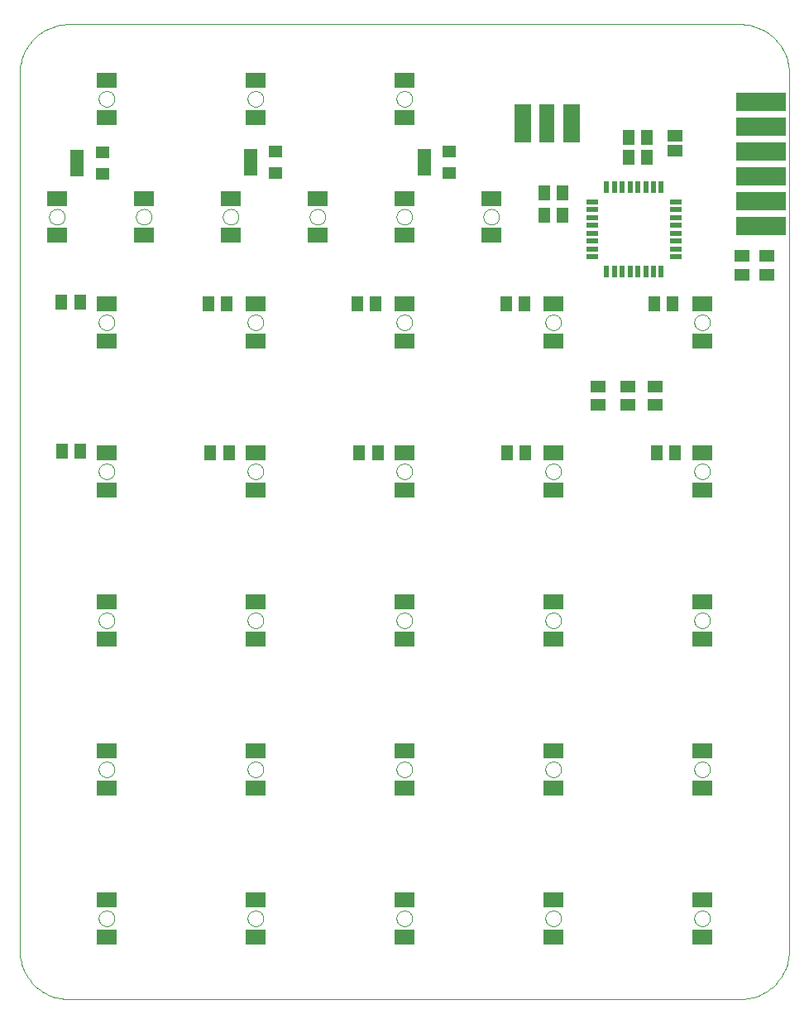
<source format=gtp>
G75*
G70*
%OFA0B0*%
%FSLAX24Y24*%
%IPPOS*%
%LPD*%
%AMOC8*
5,1,8,0,0,1.08239X$1,22.5*
%
%ADD10C,0.0010*%
%ADD11C,0.0039*%
%ADD12R,0.0787X0.0591*%
%ADD13C,0.0000*%
%ADD14R,0.0630X0.0460*%
%ADD15R,0.0512X0.0591*%
%ADD16R,0.0591X0.0512*%
%ADD17R,0.0669X0.1575*%
%ADD18R,0.0591X0.1575*%
%ADD19R,0.2000X0.0720*%
%ADD20R,0.0551X0.1102*%
%ADD21R,0.0551X0.0472*%
%ADD22R,0.0220X0.0500*%
%ADD23R,0.0500X0.0220*%
D10*
X027651Y000151D02*
X029151Y000151D01*
D11*
X000151Y002120D02*
X000151Y018151D01*
X000151Y037433D01*
X000153Y037527D01*
X000160Y037620D01*
X000171Y037713D01*
X000187Y037806D01*
X000207Y037897D01*
X000231Y037988D01*
X000259Y038077D01*
X000292Y038165D01*
X000329Y038251D01*
X000370Y038335D01*
X000415Y038418D01*
X000464Y038498D01*
X000516Y038575D01*
X000572Y038650D01*
X000632Y038722D01*
X000695Y038792D01*
X000761Y038858D01*
X000831Y038921D01*
X000903Y038981D01*
X000978Y039037D01*
X001055Y039089D01*
X001135Y039138D01*
X001218Y039183D01*
X001302Y039224D01*
X001388Y039261D01*
X001476Y039294D01*
X001565Y039322D01*
X001656Y039346D01*
X001747Y039366D01*
X001840Y039382D01*
X001933Y039393D01*
X002026Y039400D01*
X002120Y039402D01*
X002120Y039401D02*
X015651Y039401D01*
X029183Y039401D01*
X029183Y039402D02*
X029277Y039400D01*
X029370Y039393D01*
X029463Y039382D01*
X029556Y039366D01*
X029647Y039346D01*
X029738Y039322D01*
X029827Y039294D01*
X029915Y039261D01*
X030001Y039224D01*
X030085Y039183D01*
X030167Y039138D01*
X030248Y039089D01*
X030325Y039037D01*
X030400Y038981D01*
X030472Y038921D01*
X030542Y038858D01*
X030608Y038792D01*
X030671Y038722D01*
X030731Y038650D01*
X030787Y038575D01*
X030839Y038498D01*
X030888Y038417D01*
X030933Y038335D01*
X030974Y038251D01*
X031011Y038165D01*
X031044Y038077D01*
X031072Y037988D01*
X031096Y037897D01*
X031116Y037806D01*
X031132Y037713D01*
X031143Y037620D01*
X031150Y037527D01*
X031152Y037433D01*
X031151Y037433D02*
X031151Y020901D01*
X031151Y002120D01*
X031152Y002120D02*
X031150Y002026D01*
X031143Y001933D01*
X031132Y001840D01*
X031116Y001747D01*
X031096Y001656D01*
X031072Y001565D01*
X031044Y001476D01*
X031011Y001388D01*
X030974Y001302D01*
X030933Y001218D01*
X030888Y001136D01*
X030839Y001055D01*
X030787Y000978D01*
X030731Y000903D01*
X030671Y000831D01*
X030608Y000761D01*
X030542Y000695D01*
X030472Y000632D01*
X030400Y000572D01*
X030325Y000516D01*
X030248Y000464D01*
X030168Y000415D01*
X030085Y000370D01*
X030001Y000329D01*
X029915Y000292D01*
X029827Y000259D01*
X029738Y000231D01*
X029647Y000207D01*
X029556Y000187D01*
X029463Y000171D01*
X029370Y000160D01*
X029277Y000153D01*
X029183Y000151D01*
X014651Y000151D01*
X002120Y000151D01*
X002026Y000153D01*
X001933Y000160D01*
X001840Y000171D01*
X001747Y000187D01*
X001656Y000207D01*
X001565Y000231D01*
X001476Y000259D01*
X001388Y000292D01*
X001302Y000329D01*
X001218Y000370D01*
X001135Y000415D01*
X001055Y000464D01*
X000978Y000516D01*
X000903Y000572D01*
X000831Y000632D01*
X000761Y000695D01*
X000695Y000761D01*
X000632Y000831D01*
X000572Y000903D01*
X000516Y000978D01*
X000464Y001055D01*
X000415Y001136D01*
X000370Y001218D01*
X000329Y001302D01*
X000292Y001388D01*
X000259Y001476D01*
X000231Y001565D01*
X000207Y001656D01*
X000187Y001747D01*
X000171Y001840D01*
X000160Y001933D01*
X000153Y002026D01*
X000151Y002120D01*
D12*
X003651Y002651D03*
X003651Y004151D03*
X003651Y008651D03*
X003651Y010151D03*
X003651Y014651D03*
X003651Y016151D03*
X003651Y020651D03*
X003651Y022151D03*
X003651Y026651D03*
X003651Y028151D03*
X005151Y030921D03*
X005151Y032381D03*
X003651Y035651D03*
X003651Y037151D03*
X001651Y032381D03*
X001651Y030921D03*
X008651Y030921D03*
X008651Y032381D03*
X009651Y035651D03*
X009651Y037151D03*
X012151Y032381D03*
X012151Y030921D03*
X009651Y028151D03*
X009651Y026651D03*
X009651Y022151D03*
X009651Y020651D03*
X009651Y016151D03*
X009651Y014651D03*
X009651Y010151D03*
X009651Y008651D03*
X009651Y004151D03*
X009651Y002651D03*
X015651Y002651D03*
X015651Y004151D03*
X015651Y008651D03*
X015651Y010151D03*
X015651Y014651D03*
X015651Y016151D03*
X015651Y020651D03*
X015651Y022151D03*
X015651Y026651D03*
X015651Y028151D03*
X015651Y030921D03*
X015651Y032381D03*
X015651Y035651D03*
X015651Y037151D03*
X019151Y032381D03*
X019151Y030921D03*
X021651Y028151D03*
X021651Y026651D03*
X021651Y022151D03*
X021651Y020651D03*
X021651Y016151D03*
X021651Y014651D03*
X021651Y010151D03*
X021651Y008651D03*
X021651Y004151D03*
X021651Y002651D03*
X027651Y002651D03*
X027651Y004151D03*
X027651Y008651D03*
X027651Y010151D03*
X027651Y014651D03*
X027651Y016151D03*
X027651Y020651D03*
X027651Y022151D03*
X027651Y026651D03*
X027651Y028151D03*
D13*
X027336Y027401D02*
X027338Y027436D01*
X027344Y027471D01*
X027354Y027505D01*
X027367Y027538D01*
X027384Y027569D01*
X027405Y027597D01*
X027428Y027624D01*
X027455Y027647D01*
X027483Y027668D01*
X027514Y027685D01*
X027547Y027698D01*
X027581Y027708D01*
X027616Y027714D01*
X027651Y027716D01*
X027686Y027714D01*
X027721Y027708D01*
X027755Y027698D01*
X027788Y027685D01*
X027819Y027668D01*
X027847Y027647D01*
X027874Y027624D01*
X027897Y027597D01*
X027918Y027569D01*
X027935Y027538D01*
X027948Y027505D01*
X027958Y027471D01*
X027964Y027436D01*
X027966Y027401D01*
X027964Y027366D01*
X027958Y027331D01*
X027948Y027297D01*
X027935Y027264D01*
X027918Y027233D01*
X027897Y027205D01*
X027874Y027178D01*
X027847Y027155D01*
X027819Y027134D01*
X027788Y027117D01*
X027755Y027104D01*
X027721Y027094D01*
X027686Y027088D01*
X027651Y027086D01*
X027616Y027088D01*
X027581Y027094D01*
X027547Y027104D01*
X027514Y027117D01*
X027483Y027134D01*
X027455Y027155D01*
X027428Y027178D01*
X027405Y027205D01*
X027384Y027233D01*
X027367Y027264D01*
X027354Y027297D01*
X027344Y027331D01*
X027338Y027366D01*
X027336Y027401D01*
X027336Y021401D02*
X027338Y021436D01*
X027344Y021471D01*
X027354Y021505D01*
X027367Y021538D01*
X027384Y021569D01*
X027405Y021597D01*
X027428Y021624D01*
X027455Y021647D01*
X027483Y021668D01*
X027514Y021685D01*
X027547Y021698D01*
X027581Y021708D01*
X027616Y021714D01*
X027651Y021716D01*
X027686Y021714D01*
X027721Y021708D01*
X027755Y021698D01*
X027788Y021685D01*
X027819Y021668D01*
X027847Y021647D01*
X027874Y021624D01*
X027897Y021597D01*
X027918Y021569D01*
X027935Y021538D01*
X027948Y021505D01*
X027958Y021471D01*
X027964Y021436D01*
X027966Y021401D01*
X027964Y021366D01*
X027958Y021331D01*
X027948Y021297D01*
X027935Y021264D01*
X027918Y021233D01*
X027897Y021205D01*
X027874Y021178D01*
X027847Y021155D01*
X027819Y021134D01*
X027788Y021117D01*
X027755Y021104D01*
X027721Y021094D01*
X027686Y021088D01*
X027651Y021086D01*
X027616Y021088D01*
X027581Y021094D01*
X027547Y021104D01*
X027514Y021117D01*
X027483Y021134D01*
X027455Y021155D01*
X027428Y021178D01*
X027405Y021205D01*
X027384Y021233D01*
X027367Y021264D01*
X027354Y021297D01*
X027344Y021331D01*
X027338Y021366D01*
X027336Y021401D01*
X027336Y015401D02*
X027338Y015436D01*
X027344Y015471D01*
X027354Y015505D01*
X027367Y015538D01*
X027384Y015569D01*
X027405Y015597D01*
X027428Y015624D01*
X027455Y015647D01*
X027483Y015668D01*
X027514Y015685D01*
X027547Y015698D01*
X027581Y015708D01*
X027616Y015714D01*
X027651Y015716D01*
X027686Y015714D01*
X027721Y015708D01*
X027755Y015698D01*
X027788Y015685D01*
X027819Y015668D01*
X027847Y015647D01*
X027874Y015624D01*
X027897Y015597D01*
X027918Y015569D01*
X027935Y015538D01*
X027948Y015505D01*
X027958Y015471D01*
X027964Y015436D01*
X027966Y015401D01*
X027964Y015366D01*
X027958Y015331D01*
X027948Y015297D01*
X027935Y015264D01*
X027918Y015233D01*
X027897Y015205D01*
X027874Y015178D01*
X027847Y015155D01*
X027819Y015134D01*
X027788Y015117D01*
X027755Y015104D01*
X027721Y015094D01*
X027686Y015088D01*
X027651Y015086D01*
X027616Y015088D01*
X027581Y015094D01*
X027547Y015104D01*
X027514Y015117D01*
X027483Y015134D01*
X027455Y015155D01*
X027428Y015178D01*
X027405Y015205D01*
X027384Y015233D01*
X027367Y015264D01*
X027354Y015297D01*
X027344Y015331D01*
X027338Y015366D01*
X027336Y015401D01*
X027336Y009401D02*
X027338Y009436D01*
X027344Y009471D01*
X027354Y009505D01*
X027367Y009538D01*
X027384Y009569D01*
X027405Y009597D01*
X027428Y009624D01*
X027455Y009647D01*
X027483Y009668D01*
X027514Y009685D01*
X027547Y009698D01*
X027581Y009708D01*
X027616Y009714D01*
X027651Y009716D01*
X027686Y009714D01*
X027721Y009708D01*
X027755Y009698D01*
X027788Y009685D01*
X027819Y009668D01*
X027847Y009647D01*
X027874Y009624D01*
X027897Y009597D01*
X027918Y009569D01*
X027935Y009538D01*
X027948Y009505D01*
X027958Y009471D01*
X027964Y009436D01*
X027966Y009401D01*
X027964Y009366D01*
X027958Y009331D01*
X027948Y009297D01*
X027935Y009264D01*
X027918Y009233D01*
X027897Y009205D01*
X027874Y009178D01*
X027847Y009155D01*
X027819Y009134D01*
X027788Y009117D01*
X027755Y009104D01*
X027721Y009094D01*
X027686Y009088D01*
X027651Y009086D01*
X027616Y009088D01*
X027581Y009094D01*
X027547Y009104D01*
X027514Y009117D01*
X027483Y009134D01*
X027455Y009155D01*
X027428Y009178D01*
X027405Y009205D01*
X027384Y009233D01*
X027367Y009264D01*
X027354Y009297D01*
X027344Y009331D01*
X027338Y009366D01*
X027336Y009401D01*
X027336Y003401D02*
X027338Y003436D01*
X027344Y003471D01*
X027354Y003505D01*
X027367Y003538D01*
X027384Y003569D01*
X027405Y003597D01*
X027428Y003624D01*
X027455Y003647D01*
X027483Y003668D01*
X027514Y003685D01*
X027547Y003698D01*
X027581Y003708D01*
X027616Y003714D01*
X027651Y003716D01*
X027686Y003714D01*
X027721Y003708D01*
X027755Y003698D01*
X027788Y003685D01*
X027819Y003668D01*
X027847Y003647D01*
X027874Y003624D01*
X027897Y003597D01*
X027918Y003569D01*
X027935Y003538D01*
X027948Y003505D01*
X027958Y003471D01*
X027964Y003436D01*
X027966Y003401D01*
X027964Y003366D01*
X027958Y003331D01*
X027948Y003297D01*
X027935Y003264D01*
X027918Y003233D01*
X027897Y003205D01*
X027874Y003178D01*
X027847Y003155D01*
X027819Y003134D01*
X027788Y003117D01*
X027755Y003104D01*
X027721Y003094D01*
X027686Y003088D01*
X027651Y003086D01*
X027616Y003088D01*
X027581Y003094D01*
X027547Y003104D01*
X027514Y003117D01*
X027483Y003134D01*
X027455Y003155D01*
X027428Y003178D01*
X027405Y003205D01*
X027384Y003233D01*
X027367Y003264D01*
X027354Y003297D01*
X027344Y003331D01*
X027338Y003366D01*
X027336Y003401D01*
X021336Y003401D02*
X021338Y003436D01*
X021344Y003471D01*
X021354Y003505D01*
X021367Y003538D01*
X021384Y003569D01*
X021405Y003597D01*
X021428Y003624D01*
X021455Y003647D01*
X021483Y003668D01*
X021514Y003685D01*
X021547Y003698D01*
X021581Y003708D01*
X021616Y003714D01*
X021651Y003716D01*
X021686Y003714D01*
X021721Y003708D01*
X021755Y003698D01*
X021788Y003685D01*
X021819Y003668D01*
X021847Y003647D01*
X021874Y003624D01*
X021897Y003597D01*
X021918Y003569D01*
X021935Y003538D01*
X021948Y003505D01*
X021958Y003471D01*
X021964Y003436D01*
X021966Y003401D01*
X021964Y003366D01*
X021958Y003331D01*
X021948Y003297D01*
X021935Y003264D01*
X021918Y003233D01*
X021897Y003205D01*
X021874Y003178D01*
X021847Y003155D01*
X021819Y003134D01*
X021788Y003117D01*
X021755Y003104D01*
X021721Y003094D01*
X021686Y003088D01*
X021651Y003086D01*
X021616Y003088D01*
X021581Y003094D01*
X021547Y003104D01*
X021514Y003117D01*
X021483Y003134D01*
X021455Y003155D01*
X021428Y003178D01*
X021405Y003205D01*
X021384Y003233D01*
X021367Y003264D01*
X021354Y003297D01*
X021344Y003331D01*
X021338Y003366D01*
X021336Y003401D01*
X021336Y009401D02*
X021338Y009436D01*
X021344Y009471D01*
X021354Y009505D01*
X021367Y009538D01*
X021384Y009569D01*
X021405Y009597D01*
X021428Y009624D01*
X021455Y009647D01*
X021483Y009668D01*
X021514Y009685D01*
X021547Y009698D01*
X021581Y009708D01*
X021616Y009714D01*
X021651Y009716D01*
X021686Y009714D01*
X021721Y009708D01*
X021755Y009698D01*
X021788Y009685D01*
X021819Y009668D01*
X021847Y009647D01*
X021874Y009624D01*
X021897Y009597D01*
X021918Y009569D01*
X021935Y009538D01*
X021948Y009505D01*
X021958Y009471D01*
X021964Y009436D01*
X021966Y009401D01*
X021964Y009366D01*
X021958Y009331D01*
X021948Y009297D01*
X021935Y009264D01*
X021918Y009233D01*
X021897Y009205D01*
X021874Y009178D01*
X021847Y009155D01*
X021819Y009134D01*
X021788Y009117D01*
X021755Y009104D01*
X021721Y009094D01*
X021686Y009088D01*
X021651Y009086D01*
X021616Y009088D01*
X021581Y009094D01*
X021547Y009104D01*
X021514Y009117D01*
X021483Y009134D01*
X021455Y009155D01*
X021428Y009178D01*
X021405Y009205D01*
X021384Y009233D01*
X021367Y009264D01*
X021354Y009297D01*
X021344Y009331D01*
X021338Y009366D01*
X021336Y009401D01*
X021336Y015401D02*
X021338Y015436D01*
X021344Y015471D01*
X021354Y015505D01*
X021367Y015538D01*
X021384Y015569D01*
X021405Y015597D01*
X021428Y015624D01*
X021455Y015647D01*
X021483Y015668D01*
X021514Y015685D01*
X021547Y015698D01*
X021581Y015708D01*
X021616Y015714D01*
X021651Y015716D01*
X021686Y015714D01*
X021721Y015708D01*
X021755Y015698D01*
X021788Y015685D01*
X021819Y015668D01*
X021847Y015647D01*
X021874Y015624D01*
X021897Y015597D01*
X021918Y015569D01*
X021935Y015538D01*
X021948Y015505D01*
X021958Y015471D01*
X021964Y015436D01*
X021966Y015401D01*
X021964Y015366D01*
X021958Y015331D01*
X021948Y015297D01*
X021935Y015264D01*
X021918Y015233D01*
X021897Y015205D01*
X021874Y015178D01*
X021847Y015155D01*
X021819Y015134D01*
X021788Y015117D01*
X021755Y015104D01*
X021721Y015094D01*
X021686Y015088D01*
X021651Y015086D01*
X021616Y015088D01*
X021581Y015094D01*
X021547Y015104D01*
X021514Y015117D01*
X021483Y015134D01*
X021455Y015155D01*
X021428Y015178D01*
X021405Y015205D01*
X021384Y015233D01*
X021367Y015264D01*
X021354Y015297D01*
X021344Y015331D01*
X021338Y015366D01*
X021336Y015401D01*
X021336Y021401D02*
X021338Y021436D01*
X021344Y021471D01*
X021354Y021505D01*
X021367Y021538D01*
X021384Y021569D01*
X021405Y021597D01*
X021428Y021624D01*
X021455Y021647D01*
X021483Y021668D01*
X021514Y021685D01*
X021547Y021698D01*
X021581Y021708D01*
X021616Y021714D01*
X021651Y021716D01*
X021686Y021714D01*
X021721Y021708D01*
X021755Y021698D01*
X021788Y021685D01*
X021819Y021668D01*
X021847Y021647D01*
X021874Y021624D01*
X021897Y021597D01*
X021918Y021569D01*
X021935Y021538D01*
X021948Y021505D01*
X021958Y021471D01*
X021964Y021436D01*
X021966Y021401D01*
X021964Y021366D01*
X021958Y021331D01*
X021948Y021297D01*
X021935Y021264D01*
X021918Y021233D01*
X021897Y021205D01*
X021874Y021178D01*
X021847Y021155D01*
X021819Y021134D01*
X021788Y021117D01*
X021755Y021104D01*
X021721Y021094D01*
X021686Y021088D01*
X021651Y021086D01*
X021616Y021088D01*
X021581Y021094D01*
X021547Y021104D01*
X021514Y021117D01*
X021483Y021134D01*
X021455Y021155D01*
X021428Y021178D01*
X021405Y021205D01*
X021384Y021233D01*
X021367Y021264D01*
X021354Y021297D01*
X021344Y021331D01*
X021338Y021366D01*
X021336Y021401D01*
X021336Y027401D02*
X021338Y027436D01*
X021344Y027471D01*
X021354Y027505D01*
X021367Y027538D01*
X021384Y027569D01*
X021405Y027597D01*
X021428Y027624D01*
X021455Y027647D01*
X021483Y027668D01*
X021514Y027685D01*
X021547Y027698D01*
X021581Y027708D01*
X021616Y027714D01*
X021651Y027716D01*
X021686Y027714D01*
X021721Y027708D01*
X021755Y027698D01*
X021788Y027685D01*
X021819Y027668D01*
X021847Y027647D01*
X021874Y027624D01*
X021897Y027597D01*
X021918Y027569D01*
X021935Y027538D01*
X021948Y027505D01*
X021958Y027471D01*
X021964Y027436D01*
X021966Y027401D01*
X021964Y027366D01*
X021958Y027331D01*
X021948Y027297D01*
X021935Y027264D01*
X021918Y027233D01*
X021897Y027205D01*
X021874Y027178D01*
X021847Y027155D01*
X021819Y027134D01*
X021788Y027117D01*
X021755Y027104D01*
X021721Y027094D01*
X021686Y027088D01*
X021651Y027086D01*
X021616Y027088D01*
X021581Y027094D01*
X021547Y027104D01*
X021514Y027117D01*
X021483Y027134D01*
X021455Y027155D01*
X021428Y027178D01*
X021405Y027205D01*
X021384Y027233D01*
X021367Y027264D01*
X021354Y027297D01*
X021344Y027331D01*
X021338Y027366D01*
X021336Y027401D01*
X018836Y031651D02*
X018838Y031686D01*
X018844Y031721D01*
X018854Y031755D01*
X018867Y031788D01*
X018884Y031819D01*
X018905Y031847D01*
X018928Y031874D01*
X018955Y031897D01*
X018983Y031918D01*
X019014Y031935D01*
X019047Y031948D01*
X019081Y031958D01*
X019116Y031964D01*
X019151Y031966D01*
X019186Y031964D01*
X019221Y031958D01*
X019255Y031948D01*
X019288Y031935D01*
X019319Y031918D01*
X019347Y031897D01*
X019374Y031874D01*
X019397Y031847D01*
X019418Y031819D01*
X019435Y031788D01*
X019448Y031755D01*
X019458Y031721D01*
X019464Y031686D01*
X019466Y031651D01*
X019464Y031616D01*
X019458Y031581D01*
X019448Y031547D01*
X019435Y031514D01*
X019418Y031483D01*
X019397Y031455D01*
X019374Y031428D01*
X019347Y031405D01*
X019319Y031384D01*
X019288Y031367D01*
X019255Y031354D01*
X019221Y031344D01*
X019186Y031338D01*
X019151Y031336D01*
X019116Y031338D01*
X019081Y031344D01*
X019047Y031354D01*
X019014Y031367D01*
X018983Y031384D01*
X018955Y031405D01*
X018928Y031428D01*
X018905Y031455D01*
X018884Y031483D01*
X018867Y031514D01*
X018854Y031547D01*
X018844Y031581D01*
X018838Y031616D01*
X018836Y031651D01*
X015336Y031651D02*
X015338Y031686D01*
X015344Y031721D01*
X015354Y031755D01*
X015367Y031788D01*
X015384Y031819D01*
X015405Y031847D01*
X015428Y031874D01*
X015455Y031897D01*
X015483Y031918D01*
X015514Y031935D01*
X015547Y031948D01*
X015581Y031958D01*
X015616Y031964D01*
X015651Y031966D01*
X015686Y031964D01*
X015721Y031958D01*
X015755Y031948D01*
X015788Y031935D01*
X015819Y031918D01*
X015847Y031897D01*
X015874Y031874D01*
X015897Y031847D01*
X015918Y031819D01*
X015935Y031788D01*
X015948Y031755D01*
X015958Y031721D01*
X015964Y031686D01*
X015966Y031651D01*
X015964Y031616D01*
X015958Y031581D01*
X015948Y031547D01*
X015935Y031514D01*
X015918Y031483D01*
X015897Y031455D01*
X015874Y031428D01*
X015847Y031405D01*
X015819Y031384D01*
X015788Y031367D01*
X015755Y031354D01*
X015721Y031344D01*
X015686Y031338D01*
X015651Y031336D01*
X015616Y031338D01*
X015581Y031344D01*
X015547Y031354D01*
X015514Y031367D01*
X015483Y031384D01*
X015455Y031405D01*
X015428Y031428D01*
X015405Y031455D01*
X015384Y031483D01*
X015367Y031514D01*
X015354Y031547D01*
X015344Y031581D01*
X015338Y031616D01*
X015336Y031651D01*
X011836Y031651D02*
X011838Y031686D01*
X011844Y031721D01*
X011854Y031755D01*
X011867Y031788D01*
X011884Y031819D01*
X011905Y031847D01*
X011928Y031874D01*
X011955Y031897D01*
X011983Y031918D01*
X012014Y031935D01*
X012047Y031948D01*
X012081Y031958D01*
X012116Y031964D01*
X012151Y031966D01*
X012186Y031964D01*
X012221Y031958D01*
X012255Y031948D01*
X012288Y031935D01*
X012319Y031918D01*
X012347Y031897D01*
X012374Y031874D01*
X012397Y031847D01*
X012418Y031819D01*
X012435Y031788D01*
X012448Y031755D01*
X012458Y031721D01*
X012464Y031686D01*
X012466Y031651D01*
X012464Y031616D01*
X012458Y031581D01*
X012448Y031547D01*
X012435Y031514D01*
X012418Y031483D01*
X012397Y031455D01*
X012374Y031428D01*
X012347Y031405D01*
X012319Y031384D01*
X012288Y031367D01*
X012255Y031354D01*
X012221Y031344D01*
X012186Y031338D01*
X012151Y031336D01*
X012116Y031338D01*
X012081Y031344D01*
X012047Y031354D01*
X012014Y031367D01*
X011983Y031384D01*
X011955Y031405D01*
X011928Y031428D01*
X011905Y031455D01*
X011884Y031483D01*
X011867Y031514D01*
X011854Y031547D01*
X011844Y031581D01*
X011838Y031616D01*
X011836Y031651D01*
X008336Y031651D02*
X008338Y031686D01*
X008344Y031721D01*
X008354Y031755D01*
X008367Y031788D01*
X008384Y031819D01*
X008405Y031847D01*
X008428Y031874D01*
X008455Y031897D01*
X008483Y031918D01*
X008514Y031935D01*
X008547Y031948D01*
X008581Y031958D01*
X008616Y031964D01*
X008651Y031966D01*
X008686Y031964D01*
X008721Y031958D01*
X008755Y031948D01*
X008788Y031935D01*
X008819Y031918D01*
X008847Y031897D01*
X008874Y031874D01*
X008897Y031847D01*
X008918Y031819D01*
X008935Y031788D01*
X008948Y031755D01*
X008958Y031721D01*
X008964Y031686D01*
X008966Y031651D01*
X008964Y031616D01*
X008958Y031581D01*
X008948Y031547D01*
X008935Y031514D01*
X008918Y031483D01*
X008897Y031455D01*
X008874Y031428D01*
X008847Y031405D01*
X008819Y031384D01*
X008788Y031367D01*
X008755Y031354D01*
X008721Y031344D01*
X008686Y031338D01*
X008651Y031336D01*
X008616Y031338D01*
X008581Y031344D01*
X008547Y031354D01*
X008514Y031367D01*
X008483Y031384D01*
X008455Y031405D01*
X008428Y031428D01*
X008405Y031455D01*
X008384Y031483D01*
X008367Y031514D01*
X008354Y031547D01*
X008344Y031581D01*
X008338Y031616D01*
X008336Y031651D01*
X004836Y031651D02*
X004838Y031686D01*
X004844Y031721D01*
X004854Y031755D01*
X004867Y031788D01*
X004884Y031819D01*
X004905Y031847D01*
X004928Y031874D01*
X004955Y031897D01*
X004983Y031918D01*
X005014Y031935D01*
X005047Y031948D01*
X005081Y031958D01*
X005116Y031964D01*
X005151Y031966D01*
X005186Y031964D01*
X005221Y031958D01*
X005255Y031948D01*
X005288Y031935D01*
X005319Y031918D01*
X005347Y031897D01*
X005374Y031874D01*
X005397Y031847D01*
X005418Y031819D01*
X005435Y031788D01*
X005448Y031755D01*
X005458Y031721D01*
X005464Y031686D01*
X005466Y031651D01*
X005464Y031616D01*
X005458Y031581D01*
X005448Y031547D01*
X005435Y031514D01*
X005418Y031483D01*
X005397Y031455D01*
X005374Y031428D01*
X005347Y031405D01*
X005319Y031384D01*
X005288Y031367D01*
X005255Y031354D01*
X005221Y031344D01*
X005186Y031338D01*
X005151Y031336D01*
X005116Y031338D01*
X005081Y031344D01*
X005047Y031354D01*
X005014Y031367D01*
X004983Y031384D01*
X004955Y031405D01*
X004928Y031428D01*
X004905Y031455D01*
X004884Y031483D01*
X004867Y031514D01*
X004854Y031547D01*
X004844Y031581D01*
X004838Y031616D01*
X004836Y031651D01*
X001336Y031651D02*
X001338Y031686D01*
X001344Y031721D01*
X001354Y031755D01*
X001367Y031788D01*
X001384Y031819D01*
X001405Y031847D01*
X001428Y031874D01*
X001455Y031897D01*
X001483Y031918D01*
X001514Y031935D01*
X001547Y031948D01*
X001581Y031958D01*
X001616Y031964D01*
X001651Y031966D01*
X001686Y031964D01*
X001721Y031958D01*
X001755Y031948D01*
X001788Y031935D01*
X001819Y031918D01*
X001847Y031897D01*
X001874Y031874D01*
X001897Y031847D01*
X001918Y031819D01*
X001935Y031788D01*
X001948Y031755D01*
X001958Y031721D01*
X001964Y031686D01*
X001966Y031651D01*
X001964Y031616D01*
X001958Y031581D01*
X001948Y031547D01*
X001935Y031514D01*
X001918Y031483D01*
X001897Y031455D01*
X001874Y031428D01*
X001847Y031405D01*
X001819Y031384D01*
X001788Y031367D01*
X001755Y031354D01*
X001721Y031344D01*
X001686Y031338D01*
X001651Y031336D01*
X001616Y031338D01*
X001581Y031344D01*
X001547Y031354D01*
X001514Y031367D01*
X001483Y031384D01*
X001455Y031405D01*
X001428Y031428D01*
X001405Y031455D01*
X001384Y031483D01*
X001367Y031514D01*
X001354Y031547D01*
X001344Y031581D01*
X001338Y031616D01*
X001336Y031651D01*
X003336Y027401D02*
X003338Y027436D01*
X003344Y027471D01*
X003354Y027505D01*
X003367Y027538D01*
X003384Y027569D01*
X003405Y027597D01*
X003428Y027624D01*
X003455Y027647D01*
X003483Y027668D01*
X003514Y027685D01*
X003547Y027698D01*
X003581Y027708D01*
X003616Y027714D01*
X003651Y027716D01*
X003686Y027714D01*
X003721Y027708D01*
X003755Y027698D01*
X003788Y027685D01*
X003819Y027668D01*
X003847Y027647D01*
X003874Y027624D01*
X003897Y027597D01*
X003918Y027569D01*
X003935Y027538D01*
X003948Y027505D01*
X003958Y027471D01*
X003964Y027436D01*
X003966Y027401D01*
X003964Y027366D01*
X003958Y027331D01*
X003948Y027297D01*
X003935Y027264D01*
X003918Y027233D01*
X003897Y027205D01*
X003874Y027178D01*
X003847Y027155D01*
X003819Y027134D01*
X003788Y027117D01*
X003755Y027104D01*
X003721Y027094D01*
X003686Y027088D01*
X003651Y027086D01*
X003616Y027088D01*
X003581Y027094D01*
X003547Y027104D01*
X003514Y027117D01*
X003483Y027134D01*
X003455Y027155D01*
X003428Y027178D01*
X003405Y027205D01*
X003384Y027233D01*
X003367Y027264D01*
X003354Y027297D01*
X003344Y027331D01*
X003338Y027366D01*
X003336Y027401D01*
X003336Y021401D02*
X003338Y021436D01*
X003344Y021471D01*
X003354Y021505D01*
X003367Y021538D01*
X003384Y021569D01*
X003405Y021597D01*
X003428Y021624D01*
X003455Y021647D01*
X003483Y021668D01*
X003514Y021685D01*
X003547Y021698D01*
X003581Y021708D01*
X003616Y021714D01*
X003651Y021716D01*
X003686Y021714D01*
X003721Y021708D01*
X003755Y021698D01*
X003788Y021685D01*
X003819Y021668D01*
X003847Y021647D01*
X003874Y021624D01*
X003897Y021597D01*
X003918Y021569D01*
X003935Y021538D01*
X003948Y021505D01*
X003958Y021471D01*
X003964Y021436D01*
X003966Y021401D01*
X003964Y021366D01*
X003958Y021331D01*
X003948Y021297D01*
X003935Y021264D01*
X003918Y021233D01*
X003897Y021205D01*
X003874Y021178D01*
X003847Y021155D01*
X003819Y021134D01*
X003788Y021117D01*
X003755Y021104D01*
X003721Y021094D01*
X003686Y021088D01*
X003651Y021086D01*
X003616Y021088D01*
X003581Y021094D01*
X003547Y021104D01*
X003514Y021117D01*
X003483Y021134D01*
X003455Y021155D01*
X003428Y021178D01*
X003405Y021205D01*
X003384Y021233D01*
X003367Y021264D01*
X003354Y021297D01*
X003344Y021331D01*
X003338Y021366D01*
X003336Y021401D01*
X003336Y015401D02*
X003338Y015436D01*
X003344Y015471D01*
X003354Y015505D01*
X003367Y015538D01*
X003384Y015569D01*
X003405Y015597D01*
X003428Y015624D01*
X003455Y015647D01*
X003483Y015668D01*
X003514Y015685D01*
X003547Y015698D01*
X003581Y015708D01*
X003616Y015714D01*
X003651Y015716D01*
X003686Y015714D01*
X003721Y015708D01*
X003755Y015698D01*
X003788Y015685D01*
X003819Y015668D01*
X003847Y015647D01*
X003874Y015624D01*
X003897Y015597D01*
X003918Y015569D01*
X003935Y015538D01*
X003948Y015505D01*
X003958Y015471D01*
X003964Y015436D01*
X003966Y015401D01*
X003964Y015366D01*
X003958Y015331D01*
X003948Y015297D01*
X003935Y015264D01*
X003918Y015233D01*
X003897Y015205D01*
X003874Y015178D01*
X003847Y015155D01*
X003819Y015134D01*
X003788Y015117D01*
X003755Y015104D01*
X003721Y015094D01*
X003686Y015088D01*
X003651Y015086D01*
X003616Y015088D01*
X003581Y015094D01*
X003547Y015104D01*
X003514Y015117D01*
X003483Y015134D01*
X003455Y015155D01*
X003428Y015178D01*
X003405Y015205D01*
X003384Y015233D01*
X003367Y015264D01*
X003354Y015297D01*
X003344Y015331D01*
X003338Y015366D01*
X003336Y015401D01*
X003336Y009401D02*
X003338Y009436D01*
X003344Y009471D01*
X003354Y009505D01*
X003367Y009538D01*
X003384Y009569D01*
X003405Y009597D01*
X003428Y009624D01*
X003455Y009647D01*
X003483Y009668D01*
X003514Y009685D01*
X003547Y009698D01*
X003581Y009708D01*
X003616Y009714D01*
X003651Y009716D01*
X003686Y009714D01*
X003721Y009708D01*
X003755Y009698D01*
X003788Y009685D01*
X003819Y009668D01*
X003847Y009647D01*
X003874Y009624D01*
X003897Y009597D01*
X003918Y009569D01*
X003935Y009538D01*
X003948Y009505D01*
X003958Y009471D01*
X003964Y009436D01*
X003966Y009401D01*
X003964Y009366D01*
X003958Y009331D01*
X003948Y009297D01*
X003935Y009264D01*
X003918Y009233D01*
X003897Y009205D01*
X003874Y009178D01*
X003847Y009155D01*
X003819Y009134D01*
X003788Y009117D01*
X003755Y009104D01*
X003721Y009094D01*
X003686Y009088D01*
X003651Y009086D01*
X003616Y009088D01*
X003581Y009094D01*
X003547Y009104D01*
X003514Y009117D01*
X003483Y009134D01*
X003455Y009155D01*
X003428Y009178D01*
X003405Y009205D01*
X003384Y009233D01*
X003367Y009264D01*
X003354Y009297D01*
X003344Y009331D01*
X003338Y009366D01*
X003336Y009401D01*
X003336Y003401D02*
X003338Y003436D01*
X003344Y003471D01*
X003354Y003505D01*
X003367Y003538D01*
X003384Y003569D01*
X003405Y003597D01*
X003428Y003624D01*
X003455Y003647D01*
X003483Y003668D01*
X003514Y003685D01*
X003547Y003698D01*
X003581Y003708D01*
X003616Y003714D01*
X003651Y003716D01*
X003686Y003714D01*
X003721Y003708D01*
X003755Y003698D01*
X003788Y003685D01*
X003819Y003668D01*
X003847Y003647D01*
X003874Y003624D01*
X003897Y003597D01*
X003918Y003569D01*
X003935Y003538D01*
X003948Y003505D01*
X003958Y003471D01*
X003964Y003436D01*
X003966Y003401D01*
X003964Y003366D01*
X003958Y003331D01*
X003948Y003297D01*
X003935Y003264D01*
X003918Y003233D01*
X003897Y003205D01*
X003874Y003178D01*
X003847Y003155D01*
X003819Y003134D01*
X003788Y003117D01*
X003755Y003104D01*
X003721Y003094D01*
X003686Y003088D01*
X003651Y003086D01*
X003616Y003088D01*
X003581Y003094D01*
X003547Y003104D01*
X003514Y003117D01*
X003483Y003134D01*
X003455Y003155D01*
X003428Y003178D01*
X003405Y003205D01*
X003384Y003233D01*
X003367Y003264D01*
X003354Y003297D01*
X003344Y003331D01*
X003338Y003366D01*
X003336Y003401D01*
X009336Y003401D02*
X009338Y003436D01*
X009344Y003471D01*
X009354Y003505D01*
X009367Y003538D01*
X009384Y003569D01*
X009405Y003597D01*
X009428Y003624D01*
X009455Y003647D01*
X009483Y003668D01*
X009514Y003685D01*
X009547Y003698D01*
X009581Y003708D01*
X009616Y003714D01*
X009651Y003716D01*
X009686Y003714D01*
X009721Y003708D01*
X009755Y003698D01*
X009788Y003685D01*
X009819Y003668D01*
X009847Y003647D01*
X009874Y003624D01*
X009897Y003597D01*
X009918Y003569D01*
X009935Y003538D01*
X009948Y003505D01*
X009958Y003471D01*
X009964Y003436D01*
X009966Y003401D01*
X009964Y003366D01*
X009958Y003331D01*
X009948Y003297D01*
X009935Y003264D01*
X009918Y003233D01*
X009897Y003205D01*
X009874Y003178D01*
X009847Y003155D01*
X009819Y003134D01*
X009788Y003117D01*
X009755Y003104D01*
X009721Y003094D01*
X009686Y003088D01*
X009651Y003086D01*
X009616Y003088D01*
X009581Y003094D01*
X009547Y003104D01*
X009514Y003117D01*
X009483Y003134D01*
X009455Y003155D01*
X009428Y003178D01*
X009405Y003205D01*
X009384Y003233D01*
X009367Y003264D01*
X009354Y003297D01*
X009344Y003331D01*
X009338Y003366D01*
X009336Y003401D01*
X009336Y009401D02*
X009338Y009436D01*
X009344Y009471D01*
X009354Y009505D01*
X009367Y009538D01*
X009384Y009569D01*
X009405Y009597D01*
X009428Y009624D01*
X009455Y009647D01*
X009483Y009668D01*
X009514Y009685D01*
X009547Y009698D01*
X009581Y009708D01*
X009616Y009714D01*
X009651Y009716D01*
X009686Y009714D01*
X009721Y009708D01*
X009755Y009698D01*
X009788Y009685D01*
X009819Y009668D01*
X009847Y009647D01*
X009874Y009624D01*
X009897Y009597D01*
X009918Y009569D01*
X009935Y009538D01*
X009948Y009505D01*
X009958Y009471D01*
X009964Y009436D01*
X009966Y009401D01*
X009964Y009366D01*
X009958Y009331D01*
X009948Y009297D01*
X009935Y009264D01*
X009918Y009233D01*
X009897Y009205D01*
X009874Y009178D01*
X009847Y009155D01*
X009819Y009134D01*
X009788Y009117D01*
X009755Y009104D01*
X009721Y009094D01*
X009686Y009088D01*
X009651Y009086D01*
X009616Y009088D01*
X009581Y009094D01*
X009547Y009104D01*
X009514Y009117D01*
X009483Y009134D01*
X009455Y009155D01*
X009428Y009178D01*
X009405Y009205D01*
X009384Y009233D01*
X009367Y009264D01*
X009354Y009297D01*
X009344Y009331D01*
X009338Y009366D01*
X009336Y009401D01*
X009336Y015401D02*
X009338Y015436D01*
X009344Y015471D01*
X009354Y015505D01*
X009367Y015538D01*
X009384Y015569D01*
X009405Y015597D01*
X009428Y015624D01*
X009455Y015647D01*
X009483Y015668D01*
X009514Y015685D01*
X009547Y015698D01*
X009581Y015708D01*
X009616Y015714D01*
X009651Y015716D01*
X009686Y015714D01*
X009721Y015708D01*
X009755Y015698D01*
X009788Y015685D01*
X009819Y015668D01*
X009847Y015647D01*
X009874Y015624D01*
X009897Y015597D01*
X009918Y015569D01*
X009935Y015538D01*
X009948Y015505D01*
X009958Y015471D01*
X009964Y015436D01*
X009966Y015401D01*
X009964Y015366D01*
X009958Y015331D01*
X009948Y015297D01*
X009935Y015264D01*
X009918Y015233D01*
X009897Y015205D01*
X009874Y015178D01*
X009847Y015155D01*
X009819Y015134D01*
X009788Y015117D01*
X009755Y015104D01*
X009721Y015094D01*
X009686Y015088D01*
X009651Y015086D01*
X009616Y015088D01*
X009581Y015094D01*
X009547Y015104D01*
X009514Y015117D01*
X009483Y015134D01*
X009455Y015155D01*
X009428Y015178D01*
X009405Y015205D01*
X009384Y015233D01*
X009367Y015264D01*
X009354Y015297D01*
X009344Y015331D01*
X009338Y015366D01*
X009336Y015401D01*
X009336Y021401D02*
X009338Y021436D01*
X009344Y021471D01*
X009354Y021505D01*
X009367Y021538D01*
X009384Y021569D01*
X009405Y021597D01*
X009428Y021624D01*
X009455Y021647D01*
X009483Y021668D01*
X009514Y021685D01*
X009547Y021698D01*
X009581Y021708D01*
X009616Y021714D01*
X009651Y021716D01*
X009686Y021714D01*
X009721Y021708D01*
X009755Y021698D01*
X009788Y021685D01*
X009819Y021668D01*
X009847Y021647D01*
X009874Y021624D01*
X009897Y021597D01*
X009918Y021569D01*
X009935Y021538D01*
X009948Y021505D01*
X009958Y021471D01*
X009964Y021436D01*
X009966Y021401D01*
X009964Y021366D01*
X009958Y021331D01*
X009948Y021297D01*
X009935Y021264D01*
X009918Y021233D01*
X009897Y021205D01*
X009874Y021178D01*
X009847Y021155D01*
X009819Y021134D01*
X009788Y021117D01*
X009755Y021104D01*
X009721Y021094D01*
X009686Y021088D01*
X009651Y021086D01*
X009616Y021088D01*
X009581Y021094D01*
X009547Y021104D01*
X009514Y021117D01*
X009483Y021134D01*
X009455Y021155D01*
X009428Y021178D01*
X009405Y021205D01*
X009384Y021233D01*
X009367Y021264D01*
X009354Y021297D01*
X009344Y021331D01*
X009338Y021366D01*
X009336Y021401D01*
X009336Y027401D02*
X009338Y027436D01*
X009344Y027471D01*
X009354Y027505D01*
X009367Y027538D01*
X009384Y027569D01*
X009405Y027597D01*
X009428Y027624D01*
X009455Y027647D01*
X009483Y027668D01*
X009514Y027685D01*
X009547Y027698D01*
X009581Y027708D01*
X009616Y027714D01*
X009651Y027716D01*
X009686Y027714D01*
X009721Y027708D01*
X009755Y027698D01*
X009788Y027685D01*
X009819Y027668D01*
X009847Y027647D01*
X009874Y027624D01*
X009897Y027597D01*
X009918Y027569D01*
X009935Y027538D01*
X009948Y027505D01*
X009958Y027471D01*
X009964Y027436D01*
X009966Y027401D01*
X009964Y027366D01*
X009958Y027331D01*
X009948Y027297D01*
X009935Y027264D01*
X009918Y027233D01*
X009897Y027205D01*
X009874Y027178D01*
X009847Y027155D01*
X009819Y027134D01*
X009788Y027117D01*
X009755Y027104D01*
X009721Y027094D01*
X009686Y027088D01*
X009651Y027086D01*
X009616Y027088D01*
X009581Y027094D01*
X009547Y027104D01*
X009514Y027117D01*
X009483Y027134D01*
X009455Y027155D01*
X009428Y027178D01*
X009405Y027205D01*
X009384Y027233D01*
X009367Y027264D01*
X009354Y027297D01*
X009344Y027331D01*
X009338Y027366D01*
X009336Y027401D01*
X015336Y027401D02*
X015338Y027436D01*
X015344Y027471D01*
X015354Y027505D01*
X015367Y027538D01*
X015384Y027569D01*
X015405Y027597D01*
X015428Y027624D01*
X015455Y027647D01*
X015483Y027668D01*
X015514Y027685D01*
X015547Y027698D01*
X015581Y027708D01*
X015616Y027714D01*
X015651Y027716D01*
X015686Y027714D01*
X015721Y027708D01*
X015755Y027698D01*
X015788Y027685D01*
X015819Y027668D01*
X015847Y027647D01*
X015874Y027624D01*
X015897Y027597D01*
X015918Y027569D01*
X015935Y027538D01*
X015948Y027505D01*
X015958Y027471D01*
X015964Y027436D01*
X015966Y027401D01*
X015964Y027366D01*
X015958Y027331D01*
X015948Y027297D01*
X015935Y027264D01*
X015918Y027233D01*
X015897Y027205D01*
X015874Y027178D01*
X015847Y027155D01*
X015819Y027134D01*
X015788Y027117D01*
X015755Y027104D01*
X015721Y027094D01*
X015686Y027088D01*
X015651Y027086D01*
X015616Y027088D01*
X015581Y027094D01*
X015547Y027104D01*
X015514Y027117D01*
X015483Y027134D01*
X015455Y027155D01*
X015428Y027178D01*
X015405Y027205D01*
X015384Y027233D01*
X015367Y027264D01*
X015354Y027297D01*
X015344Y027331D01*
X015338Y027366D01*
X015336Y027401D01*
X015336Y021401D02*
X015338Y021436D01*
X015344Y021471D01*
X015354Y021505D01*
X015367Y021538D01*
X015384Y021569D01*
X015405Y021597D01*
X015428Y021624D01*
X015455Y021647D01*
X015483Y021668D01*
X015514Y021685D01*
X015547Y021698D01*
X015581Y021708D01*
X015616Y021714D01*
X015651Y021716D01*
X015686Y021714D01*
X015721Y021708D01*
X015755Y021698D01*
X015788Y021685D01*
X015819Y021668D01*
X015847Y021647D01*
X015874Y021624D01*
X015897Y021597D01*
X015918Y021569D01*
X015935Y021538D01*
X015948Y021505D01*
X015958Y021471D01*
X015964Y021436D01*
X015966Y021401D01*
X015964Y021366D01*
X015958Y021331D01*
X015948Y021297D01*
X015935Y021264D01*
X015918Y021233D01*
X015897Y021205D01*
X015874Y021178D01*
X015847Y021155D01*
X015819Y021134D01*
X015788Y021117D01*
X015755Y021104D01*
X015721Y021094D01*
X015686Y021088D01*
X015651Y021086D01*
X015616Y021088D01*
X015581Y021094D01*
X015547Y021104D01*
X015514Y021117D01*
X015483Y021134D01*
X015455Y021155D01*
X015428Y021178D01*
X015405Y021205D01*
X015384Y021233D01*
X015367Y021264D01*
X015354Y021297D01*
X015344Y021331D01*
X015338Y021366D01*
X015336Y021401D01*
X015336Y015401D02*
X015338Y015436D01*
X015344Y015471D01*
X015354Y015505D01*
X015367Y015538D01*
X015384Y015569D01*
X015405Y015597D01*
X015428Y015624D01*
X015455Y015647D01*
X015483Y015668D01*
X015514Y015685D01*
X015547Y015698D01*
X015581Y015708D01*
X015616Y015714D01*
X015651Y015716D01*
X015686Y015714D01*
X015721Y015708D01*
X015755Y015698D01*
X015788Y015685D01*
X015819Y015668D01*
X015847Y015647D01*
X015874Y015624D01*
X015897Y015597D01*
X015918Y015569D01*
X015935Y015538D01*
X015948Y015505D01*
X015958Y015471D01*
X015964Y015436D01*
X015966Y015401D01*
X015964Y015366D01*
X015958Y015331D01*
X015948Y015297D01*
X015935Y015264D01*
X015918Y015233D01*
X015897Y015205D01*
X015874Y015178D01*
X015847Y015155D01*
X015819Y015134D01*
X015788Y015117D01*
X015755Y015104D01*
X015721Y015094D01*
X015686Y015088D01*
X015651Y015086D01*
X015616Y015088D01*
X015581Y015094D01*
X015547Y015104D01*
X015514Y015117D01*
X015483Y015134D01*
X015455Y015155D01*
X015428Y015178D01*
X015405Y015205D01*
X015384Y015233D01*
X015367Y015264D01*
X015354Y015297D01*
X015344Y015331D01*
X015338Y015366D01*
X015336Y015401D01*
X015336Y009401D02*
X015338Y009436D01*
X015344Y009471D01*
X015354Y009505D01*
X015367Y009538D01*
X015384Y009569D01*
X015405Y009597D01*
X015428Y009624D01*
X015455Y009647D01*
X015483Y009668D01*
X015514Y009685D01*
X015547Y009698D01*
X015581Y009708D01*
X015616Y009714D01*
X015651Y009716D01*
X015686Y009714D01*
X015721Y009708D01*
X015755Y009698D01*
X015788Y009685D01*
X015819Y009668D01*
X015847Y009647D01*
X015874Y009624D01*
X015897Y009597D01*
X015918Y009569D01*
X015935Y009538D01*
X015948Y009505D01*
X015958Y009471D01*
X015964Y009436D01*
X015966Y009401D01*
X015964Y009366D01*
X015958Y009331D01*
X015948Y009297D01*
X015935Y009264D01*
X015918Y009233D01*
X015897Y009205D01*
X015874Y009178D01*
X015847Y009155D01*
X015819Y009134D01*
X015788Y009117D01*
X015755Y009104D01*
X015721Y009094D01*
X015686Y009088D01*
X015651Y009086D01*
X015616Y009088D01*
X015581Y009094D01*
X015547Y009104D01*
X015514Y009117D01*
X015483Y009134D01*
X015455Y009155D01*
X015428Y009178D01*
X015405Y009205D01*
X015384Y009233D01*
X015367Y009264D01*
X015354Y009297D01*
X015344Y009331D01*
X015338Y009366D01*
X015336Y009401D01*
X015336Y003401D02*
X015338Y003436D01*
X015344Y003471D01*
X015354Y003505D01*
X015367Y003538D01*
X015384Y003569D01*
X015405Y003597D01*
X015428Y003624D01*
X015455Y003647D01*
X015483Y003668D01*
X015514Y003685D01*
X015547Y003698D01*
X015581Y003708D01*
X015616Y003714D01*
X015651Y003716D01*
X015686Y003714D01*
X015721Y003708D01*
X015755Y003698D01*
X015788Y003685D01*
X015819Y003668D01*
X015847Y003647D01*
X015874Y003624D01*
X015897Y003597D01*
X015918Y003569D01*
X015935Y003538D01*
X015948Y003505D01*
X015958Y003471D01*
X015964Y003436D01*
X015966Y003401D01*
X015964Y003366D01*
X015958Y003331D01*
X015948Y003297D01*
X015935Y003264D01*
X015918Y003233D01*
X015897Y003205D01*
X015874Y003178D01*
X015847Y003155D01*
X015819Y003134D01*
X015788Y003117D01*
X015755Y003104D01*
X015721Y003094D01*
X015686Y003088D01*
X015651Y003086D01*
X015616Y003088D01*
X015581Y003094D01*
X015547Y003104D01*
X015514Y003117D01*
X015483Y003134D01*
X015455Y003155D01*
X015428Y003178D01*
X015405Y003205D01*
X015384Y003233D01*
X015367Y003264D01*
X015354Y003297D01*
X015344Y003331D01*
X015338Y003366D01*
X015336Y003401D01*
X015336Y036401D02*
X015338Y036436D01*
X015344Y036471D01*
X015354Y036505D01*
X015367Y036538D01*
X015384Y036569D01*
X015405Y036597D01*
X015428Y036624D01*
X015455Y036647D01*
X015483Y036668D01*
X015514Y036685D01*
X015547Y036698D01*
X015581Y036708D01*
X015616Y036714D01*
X015651Y036716D01*
X015686Y036714D01*
X015721Y036708D01*
X015755Y036698D01*
X015788Y036685D01*
X015819Y036668D01*
X015847Y036647D01*
X015874Y036624D01*
X015897Y036597D01*
X015918Y036569D01*
X015935Y036538D01*
X015948Y036505D01*
X015958Y036471D01*
X015964Y036436D01*
X015966Y036401D01*
X015964Y036366D01*
X015958Y036331D01*
X015948Y036297D01*
X015935Y036264D01*
X015918Y036233D01*
X015897Y036205D01*
X015874Y036178D01*
X015847Y036155D01*
X015819Y036134D01*
X015788Y036117D01*
X015755Y036104D01*
X015721Y036094D01*
X015686Y036088D01*
X015651Y036086D01*
X015616Y036088D01*
X015581Y036094D01*
X015547Y036104D01*
X015514Y036117D01*
X015483Y036134D01*
X015455Y036155D01*
X015428Y036178D01*
X015405Y036205D01*
X015384Y036233D01*
X015367Y036264D01*
X015354Y036297D01*
X015344Y036331D01*
X015338Y036366D01*
X015336Y036401D01*
X009336Y036401D02*
X009338Y036436D01*
X009344Y036471D01*
X009354Y036505D01*
X009367Y036538D01*
X009384Y036569D01*
X009405Y036597D01*
X009428Y036624D01*
X009455Y036647D01*
X009483Y036668D01*
X009514Y036685D01*
X009547Y036698D01*
X009581Y036708D01*
X009616Y036714D01*
X009651Y036716D01*
X009686Y036714D01*
X009721Y036708D01*
X009755Y036698D01*
X009788Y036685D01*
X009819Y036668D01*
X009847Y036647D01*
X009874Y036624D01*
X009897Y036597D01*
X009918Y036569D01*
X009935Y036538D01*
X009948Y036505D01*
X009958Y036471D01*
X009964Y036436D01*
X009966Y036401D01*
X009964Y036366D01*
X009958Y036331D01*
X009948Y036297D01*
X009935Y036264D01*
X009918Y036233D01*
X009897Y036205D01*
X009874Y036178D01*
X009847Y036155D01*
X009819Y036134D01*
X009788Y036117D01*
X009755Y036104D01*
X009721Y036094D01*
X009686Y036088D01*
X009651Y036086D01*
X009616Y036088D01*
X009581Y036094D01*
X009547Y036104D01*
X009514Y036117D01*
X009483Y036134D01*
X009455Y036155D01*
X009428Y036178D01*
X009405Y036205D01*
X009384Y036233D01*
X009367Y036264D01*
X009354Y036297D01*
X009344Y036331D01*
X009338Y036366D01*
X009336Y036401D01*
X003336Y036401D02*
X003338Y036436D01*
X003344Y036471D01*
X003354Y036505D01*
X003367Y036538D01*
X003384Y036569D01*
X003405Y036597D01*
X003428Y036624D01*
X003455Y036647D01*
X003483Y036668D01*
X003514Y036685D01*
X003547Y036698D01*
X003581Y036708D01*
X003616Y036714D01*
X003651Y036716D01*
X003686Y036714D01*
X003721Y036708D01*
X003755Y036698D01*
X003788Y036685D01*
X003819Y036668D01*
X003847Y036647D01*
X003874Y036624D01*
X003897Y036597D01*
X003918Y036569D01*
X003935Y036538D01*
X003948Y036505D01*
X003958Y036471D01*
X003964Y036436D01*
X003966Y036401D01*
X003964Y036366D01*
X003958Y036331D01*
X003948Y036297D01*
X003935Y036264D01*
X003918Y036233D01*
X003897Y036205D01*
X003874Y036178D01*
X003847Y036155D01*
X003819Y036134D01*
X003788Y036117D01*
X003755Y036104D01*
X003721Y036094D01*
X003686Y036088D01*
X003651Y036086D01*
X003616Y036088D01*
X003581Y036094D01*
X003547Y036104D01*
X003514Y036117D01*
X003483Y036134D01*
X003455Y036155D01*
X003428Y036178D01*
X003405Y036205D01*
X003384Y036233D01*
X003367Y036264D01*
X003354Y036297D01*
X003344Y036331D01*
X003338Y036366D01*
X003336Y036401D01*
D14*
X026547Y034901D03*
X026547Y034301D03*
D15*
X025425Y034051D03*
X024677Y034051D03*
X024677Y034851D03*
X025425Y034851D03*
X022025Y032601D03*
X022025Y031701D03*
X021277Y031701D03*
X021277Y032601D03*
X020498Y028149D03*
X019750Y028149D03*
X014498Y028149D03*
X013750Y028149D03*
X008498Y028149D03*
X007750Y028149D03*
X002580Y028211D03*
X001832Y028211D03*
X001851Y022211D03*
X002599Y022211D03*
X007828Y022149D03*
X008576Y022149D03*
X013828Y022149D03*
X014576Y022149D03*
X019789Y022149D03*
X020537Y022149D03*
X025710Y028149D03*
X026458Y028149D03*
X026563Y022149D03*
X025815Y022149D03*
D16*
X025751Y024077D03*
X025751Y024825D03*
X024651Y024825D03*
X024651Y024077D03*
X023451Y024077D03*
X023451Y024825D03*
X029251Y029327D03*
X029251Y030075D03*
X030251Y030075D03*
X030251Y029327D03*
D17*
X022385Y035401D03*
X020417Y035401D03*
D18*
X021401Y035401D03*
D19*
X030026Y035276D03*
X030026Y036276D03*
X030026Y034276D03*
X030026Y033276D03*
X030026Y032276D03*
X030026Y031276D03*
D20*
X016439Y033861D03*
X009439Y033861D03*
X002459Y033801D03*
D21*
X003483Y033368D03*
X003483Y034234D03*
X010463Y034294D03*
X010463Y033428D03*
X017463Y033428D03*
X017463Y034294D03*
D22*
X023799Y032841D03*
X024114Y032841D03*
X024429Y032841D03*
X024744Y032841D03*
X025059Y032841D03*
X025374Y032841D03*
X025689Y032841D03*
X026004Y032841D03*
X026004Y029461D03*
X025689Y029461D03*
X025374Y029461D03*
X025059Y029461D03*
X024744Y029461D03*
X024429Y029461D03*
X024114Y029461D03*
X023799Y029461D03*
D23*
X023211Y030049D03*
X023211Y030364D03*
X023211Y030679D03*
X023211Y030994D03*
X023211Y031309D03*
X023211Y031624D03*
X023211Y031939D03*
X023211Y032254D03*
X026591Y032254D03*
X026591Y031939D03*
X026591Y031624D03*
X026591Y031309D03*
X026591Y030994D03*
X026591Y030679D03*
X026591Y030364D03*
X026591Y030049D03*
M02*

</source>
